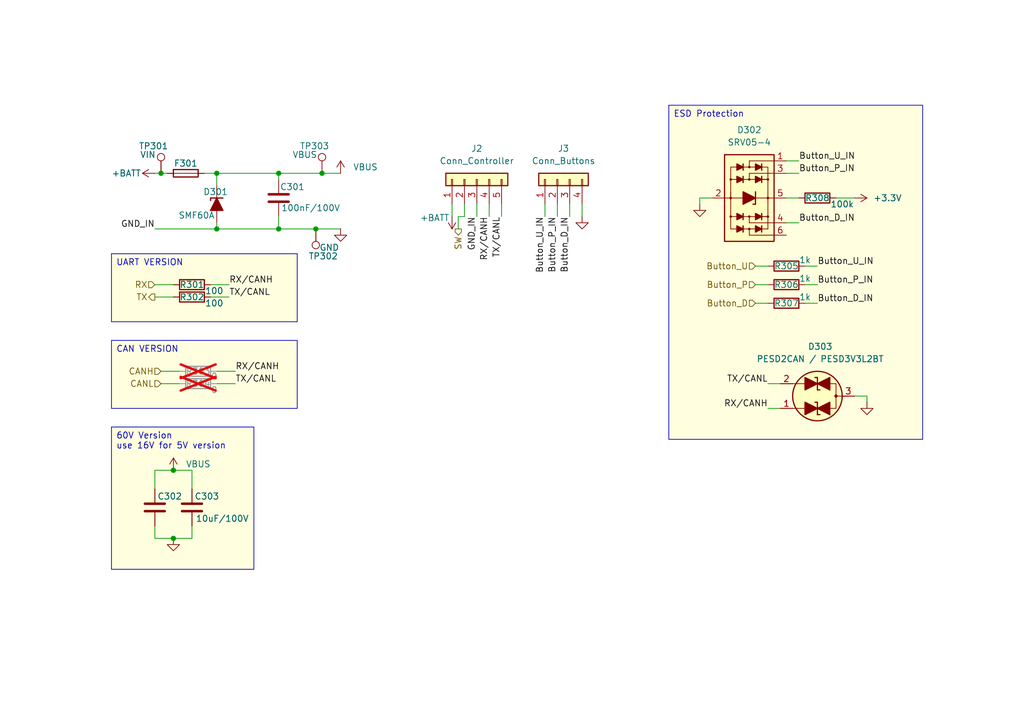
<source format=kicad_sch>
(kicad_sch (version 20250114) (generator "eeschema") (generator_version "9.0")
  (paper "A5")
  (lib_symbols
    (symbol "Connector:TestPoint" (pin_numbers (hide yes)) (pin_names (offset 0.762) (hide yes))
      (property "Reference" "TP" (at 0 6.858 0))
      (property "Value" "TestPoint" (at 0 5.08 0))
      (symbol "TestPoint_0_1"
        (circle (center 0 3.302) (radius 0.762))
      )
      (symbol "TestPoint_1_1"
        (pin passive line (at 0 0 90) (length 2.54) (name "1") (number "1"))
      )
    )
    (symbol "Connector_Generic:Conn_01x04" (pin_names (offset 1.016) (hide yes))
      (property "Reference" "J" (at 0 5.08 0))
      (property "Value" "Conn_01x04" (at 0 -7.62 0))
      (symbol "Conn_01x04_1_1"
        (rectangle (start -1.27 3.81) (end 1.27 -6.35) (stroke (width 0.254)) (fill (type background)))
        (rectangle (start -1.27 2.667) (end 0 2.413) (stroke (width 0.1524)))
        (rectangle (start -1.27 0.127) (end 0 -0.127) (stroke (width 0.1524)))
        (rectangle (start -1.27 -2.413) (end 0 -2.667) (stroke (width 0.1524)))
        (rectangle (start -1.27 -4.953) (end 0 -5.207) (stroke (width 0.1524)))
        (pin passive line (at -5.08 2.54 0) (length 3.81) (name "Pin_1") (number "1"))
        (pin passive line (at -5.08 0 0) (length 3.81) (name "Pin_2") (number "2"))
        (pin passive line (at -5.08 -2.54 0) (length 3.81) (name "Pin_3") (number "3"))
        (pin passive line (at -5.08 -5.08 0) (length 3.81) (name "Pin_4") (number "4"))
      )
    )
    (symbol "Connector_Generic:Conn_01x05" (pin_names (offset 1.016) (hide yes))
      (property "Reference" "J" (at 0 7.62 0))
      (property "Value" "Conn_01x05" (at 0 -7.62 0))
      (symbol "Conn_01x05_1_1"
        (rectangle (start -1.27 6.35) (end 1.27 -6.35) (stroke (width 0.254)) (fill (type background)))
        (rectangle (start -1.27 5.207) (end 0 4.953) (stroke (width 0.1524)))
        (rectangle (start -1.27 2.667) (end 0 2.413) (stroke (width 0.1524)))
        (rectangle (start -1.27 0.127) (end 0 -0.127) (stroke (width 0.1524)))
        (rectangle (start -1.27 -2.413) (end 0 -2.667) (stroke (width 0.1524)))
        (rectangle (start -1.27 -4.953) (end 0 -5.207) (stroke (width 0.1524)))
        (pin passive line (at -5.08 5.08 0) (length 3.81) (name "Pin_1") (number "1"))
        (pin passive line (at -5.08 2.54 0) (length 3.81) (name "Pin_2") (number "2"))
        (pin passive line (at -5.08 0 0) (length 3.81) (name "Pin_3") (number "3"))
        (pin passive line (at -5.08 -2.54 0) (length 3.81) (name "Pin_4") (number "4"))
        (pin passive line (at -5.08 -5.08 0) (length 3.81) (name "Pin_5") (number "5"))
      )
    )
    (symbol "Device:C" (pin_numbers (hide yes)) (pin_names (offset 0.254))
      (property "Reference" "C" (at 0.635 2.54 0))
      (property "Value" "C" (at 0.635 -2.54 0))
      (symbol "C_0_1"
        (polyline (pts (xy -2.032 0.762) (xy 2.032 0.762)) (stroke (width 0.508)))
        (polyline (pts (xy -2.032 -0.762) (xy 2.032 -0.762)) (stroke (width 0.508)))
      )
      (symbol "C_1_1"
        (pin passive line (at 0 3.81 270) (length 2.794) (name "~") (number "1"))
        (pin passive line (at 0 -3.81 90) (length 2.794) (name "~") (number "2"))
      )
    )
    (symbol "Device:Fuse" (pin_numbers (hide yes)) (pin_names (offset 0))
      (property "Reference" "F" (at 2.032 0 90))
      (property "Value" "Fuse" (at -1.905 0 90))
      (symbol "Fuse_0_1"
        (rectangle (start -0.762 -2.54) (end 0.762 2.54) (stroke (width 0.254)))
        (polyline (pts (xy 0 2.54) (xy 0 -2.54)))
      )
      (symbol "Fuse_1_1"
        (pin passive line (at 0 3.81 270) (length 1.27) (name "~") (number "1"))
        (pin passive line (at 0 -3.81 90) (length 1.27) (name "~") (number "2"))
      )
    )
    (symbol "Device:R" (pin_numbers (hide yes)) (pin_names (offset 0))
      (property "Reference" "R" (at 2.032 0 90))
      (property "Value" "R" (at 0 0 90))
      (symbol "R_0_1"
        (rectangle (start -1.016 -2.54) (end 1.016 2.54) (stroke (width 0.254)))
      )
      (symbol "R_1_1"
        (pin passive line (at 0 3.81 270) (length 1.27) (name "~") (number "1"))
        (pin passive line (at 0 -3.81 90) (length 1.27) (name "~") (number "2"))
      )
    )
    (symbol "PCM_Diode_TVS_AKL:D_TVS_Unidirectional_Generic" (pin_numbers (hide yes)) (pin_names (offset 1.016) (hide yes))
      (property "Reference" "D" (at 0 6.35 0))
      (property "Value" "D_TVS_Unidirectional_Generic" (at 0 3.81 0))
      (symbol "D_TVS_Unidirectional_Generic_0_1"
        (polyline (pts (xy -1.27 1.27) (xy -1.27 -1.27) (xy 1.27 0) (xy -1.27 1.27)) (stroke (width 0.254)) (fill (type outline)))
        (polyline (pts (xy -1.27 0) (xy 1.27 0)))
        (polyline (pts (xy 1.27 1.27) (xy 0.762 1.27)) (stroke (width 0.254)))
        (polyline (pts (xy 1.27 -1.27) (xy 1.27 1.27)) (stroke (width 0.254)))
      )
      (symbol "D_TVS_Unidirectional_Generic_0_2"
        (polyline (pts (xy -2.54 -2.54) (xy 2.54 2.54)))
        (polyline (pts (xy -0.889 -0.889) (xy -1.778 0) (xy 0.889 0.889) (xy 0 -1.778) (xy -0.889 -0.889)) (stroke (width 0.254)) (fill (type outline)))
        (polyline (pts (xy 0 1.778) (xy -0.381 1.397)) (stroke (width 0.254)))
        (polyline (pts (xy 0 1.778) (xy 1.778 0)) (stroke (width 0.254)))
      )
      (symbol "D_TVS_Unidirectional_Generic_1_1"
        (pin passive line (at -3.81 0 0) (length 2.54) (name "A") (number "2"))
        (pin passive line (at 3.81 0 180) (length 2.54) (name "K") (number "1"))
      )
      (symbol "D_TVS_Unidirectional_Generic_1_2"
        (pin passive line (at -2.54 -2.54 0) (length 0) (name "A") (number "2"))
        (pin passive line (at 2.54 2.54 180) (length 0) (name "K") (number "1"))
      )
    )
    (symbol "PCM_Diode_TVS_AKL:PESD2CAN" (pin_names (offset 1.016) (hide yes))
      (property "Reference" "D" (at 0 8.89 0))
      (property "Value" "PESD2CAN" (at 0 6.35 0))
      (symbol "PESD2CAN_0_1"
        (polyline (pts (xy -6.35 0) (xy -3.81 0)))
        (circle (center -3.81 0) (radius 0.254) (fill (type outline)))
        (polyline (pts (xy -2.54 2.54) (xy -3.81 2.54) (xy -3.81 -2.54) (xy -2.54 -2.54)))
        (circle (center 0 0) (radius 5.08) (stroke (width 0.254)) (fill (type background)))
        (polyline (pts (xy 2.54 2.54) (xy 5.08 2.54)))
        (polyline (pts (xy 2.54 -2.54) (xy 5.08 -2.54)))
      )
      (symbol "PESD2CAN_0_2"
        (polyline (pts (xy -2.54 5.08) (xy -2.54 -5.08)) (stroke (width 0.254)))
        (polyline (pts (xy -2.54 0) (xy 0 0)))
        (polyline (pts (xy 0 6.35) (xy 0 7.62)))
        (arc (start -2.54 5.08) (mid 0 7.5976) (end 2.54 5.08) (stroke (width 0.254)))
        (polyline (pts (xy 0 1.27) (xy 0 -1.27)))
        (circle (center 0 0) (radius 0.254) (fill (type outline)))
        (arc (start 2.54 -5.08) (mid 0 -7.5976) (end -2.54 -5.08) (stroke (width 0.254)))
        (polyline (pts (xy 0 -6.35) (xy 0 -7.62)))
        (polyline (pts (xy 0 -7.62) (xy -1.016 -7.366) (xy -1.778 -6.858) (xy -2.286 -6.096) (xy -2.54 -5.588) (xy -2.54 5.334) (xy -2.286 6.096) (xy -2.032 6.604) (xy -1.524 7.112) (xy -0.254 7.62) (xy 0.254 7.62) (xy 1.524 7.112) (xy 2.032 6.604) (xy 2.286 6.096) (xy 2.54 5.334) (xy 2.54 0.254) (xy 2.54 -5.334) (xy 2.286 -6.096) (xy 2.032 -6.604) (xy 1.524 -7.112) (xy 1.016 -7.366) (xy 0 -7.62)) (stroke (width 0.01)) (fill (type background)))
        (polyline (pts (xy 2.54 -5.08) (xy 2.54 5.08)) (stroke (width 0.254)))
      )
      (symbol "PESD2CAN_1_1"
        (polyline (pts (xy -2.54 1.27) (xy -2.54 3.81) (xy 0 2.54) (xy -2.54 1.27)) (stroke (width 0.254)) (fill (type outline)))
        (polyline (pts (xy -2.54 -3.81) (xy -2.54 -1.27) (xy 0 -2.54) (xy -2.54 -3.81)) (stroke (width 0.254)) (fill (type outline)))
        (polyline (pts (xy -1.27 2.54) (xy 1.27 2.54)))
        (polyline (pts (xy -1.27 -2.54) (xy 1.27 -2.54)))
        (polyline (pts (xy 0 3.81) (xy 0.508 3.81)) (stroke (width 0.254)))
        (polyline (pts (xy 0 2.54) (xy 2.54 1.27) (xy 2.54 3.81) (xy 0 2.54)) (stroke (width 0.254)) (fill (type outline)))
        (polyline (pts (xy 0 1.27) (xy -0.508 1.27)) (stroke (width 0.254)))
        (polyline (pts (xy 0 1.27) (xy 0 3.81)) (stroke (width 0.254)))
        (polyline (pts (xy 0 -1.27) (xy 0.508 -1.27)) (stroke (width 0.254)))
        (polyline (pts (xy 0 -2.54) (xy 2.54 -3.81) (xy 2.54 -1.27) (xy 0 -2.54)) (stroke (width 0.254)) (fill (type outline)))
        (polyline (pts (xy 0 -3.81) (xy -0.508 -3.81)) (stroke (width 0.254)))
        (polyline (pts (xy 0 -3.81) (xy 0 -1.27)) (stroke (width 0.254)))
        (pin passive line (at -7.62 0 0) (length 2.54) (name "Com") (number "3"))
        (pin passive line (at 7.62 2.54 180) (length 2.54) (name "A2") (number "2"))
        (pin passive line (at 7.62 -2.54 180) (length 2.54) (name "A1") (number "1"))
      )
      (symbol "PESD2CAN_1_2"
        (polyline (pts (xy -1.27 3.81) (xy -1.27 4.318)) (stroke (width 0.254)))
        (polyline (pts (xy -1.27 -3.81) (xy -1.27 -3.302)) (stroke (width 0.254)))
        (polyline (pts (xy 0 3.81) (xy 1.27 6.35) (xy -1.27 6.35) (xy 0 3.81)) (stroke (width 0.254)) (fill (type outline)))
        (polyline (pts (xy 0 -3.81) (xy 1.27 -1.27) (xy -1.27 -1.27) (xy 0 -3.81)) (stroke (width 0.254)) (fill (type outline)))
        (polyline (pts (xy 1.27 3.81) (xy -1.27 3.81)) (stroke (width 0.254)))
        (polyline (pts (xy 1.27 3.81) (xy 1.27 3.302)) (stroke (width 0.254)))
        (polyline (pts (xy 1.27 1.27) (xy -1.27 1.27) (xy 0 3.81) (xy 1.27 1.27)) (stroke (width 0.254)) (fill (type outline)))
        (polyline (pts (xy 1.27 -3.81) (xy -1.27 -3.81)) (stroke (width 0.254)))
        (polyline (pts (xy 1.27 -3.81) (xy 1.27 -4.318)) (stroke (width 0.254)))
        (polyline (pts (xy 1.27 -6.35) (xy -1.27 -6.35) (xy 0 -3.81) (xy 1.27 -6.35)) (stroke (width 0.254)) (fill (type outline)))
        (pin passive line (at -5.08 0 0) (length 2.54) (name "Com") (number "3"))
        (pin passive line (at 0 10.16 270) (length 2.54) (name "A2") (number "2"))
        (pin passive line (at 0 -10.16 90) (length 2.54) (name "A1") (number "1"))
      )
    )
    (symbol "PCM_Diode_TVS_AKL:SRV05-4" (pin_names (offset 1.016) (hide yes))
      (property "Reference" "D" (at 10.16 1.27 0))
      (property "Value" "SRV05-4" (at 10.16 -1.27 0))
      (symbol "SRV05-4_0_1"
        (rectangle (start -8.89 5.08) (end 8.89 -5.08) (stroke (width 0.254)) (fill (type background)))
        (polyline (pts (xy -6.35 2.54) (xy -5.715 1.27) (xy -6.985 1.27) (xy -6.35 2.54)) (stroke (width 0.254)) (fill (type outline)))
        (polyline (pts (xy -6.35 -1.27) (xy -5.715 -2.54) (xy -6.985 -2.54) (xy -6.35 -1.27)) (stroke (width 0.254)) (fill (type outline)))
        (polyline (pts (xy -5.715 2.54) (xy -6.985 2.54)) (stroke (width 0.254)))
        (polyline (pts (xy -5.715 -1.27) (xy -6.985 -1.27)) (stroke (width 0.254)))
        (polyline (pts (xy -5.08 0) (xy -5.08 5.08)))
        (polyline (pts (xy -3.81 2.54) (xy -3.81 3.81) (xy 3.81 3.81) (xy 3.81 2.54)))
        (polyline (pts (xy -3.81 2.54) (xy -3.175 1.27) (xy -4.445 1.27) (xy -3.81 2.54)) (stroke (width 0.254)) (fill (type outline)))
        (circle (center -3.81 0) (radius 0.1778) (fill (type outline)))
        (polyline (pts (xy -3.81 0) (xy -5.08 0)))
        (polyline (pts (xy -3.81 -1.27) (xy -3.81 1.27)))
        (polyline (pts (xy -3.81 -1.27) (xy -3.175 -2.54) (xy -4.445 -2.54) (xy -3.81 -1.27)) (stroke (width 0.254)) (fill (type outline)))
        (polyline (pts (xy -3.175 2.54) (xy -4.445 2.54)) (stroke (width 0.254)))
        (polyline (pts (xy -3.175 -1.27) (xy -4.445 -1.27)) (stroke (width 0.254)))
        (circle (center 0 3.81) (radius 0.1778) (fill (type outline)))
        (polyline (pts (xy 0 1.27) (xy 0 5.08)) (stroke (width 0.1524)))
        (polyline (pts (xy 0 -1.27) (xy 0 -5.08)))
        (polyline (pts (xy 0 -3.81) (xy -6.35 -3.81) (xy -6.35 3.81) (xy -3.81 3.81)))
        (polyline (pts (xy 3.81 3.81) (xy 6.35 3.81)) (stroke (width 0.1524)))
        (polyline (pts (xy 3.81 2.54) (xy 4.445 1.27) (xy 3.175 1.27) (xy 3.81 2.54)) (stroke (width 0.254)) (fill (type outline)))
        (polyline (pts (xy 3.81 0) (xy 5.08 0)))
        (circle (center 3.81 0) (radius 0.1778) (fill (type outline)))
        (polyline (pts (xy 3.81 -1.27) (xy 3.81 1.27)))
        (polyline (pts (xy 3.81 -1.27) (xy 4.445 -2.54) (xy 3.175 -2.54) (xy 3.81 -1.27)) (stroke (width 0.254)) (fill (type outline)))
        (polyline (pts (xy 4.445 2.54) (xy 3.175 2.54)) (stroke (width 0.254)))
        (polyline (pts (xy 4.445 -1.27) (xy 3.175 -1.27)) (stroke (width 0.254)))
        (polyline (pts (xy 5.08 0) (xy 5.08 5.08)))
        (polyline (pts (xy 6.35 3.81) (xy 6.35 -3.81)) (stroke (width 0.1524)))
        (polyline (pts (xy 6.35 2.54) (xy 6.985 1.27) (xy 5.715 1.27) (xy 6.35 2.54)) (stroke (width 0.254)) (fill (type outline)))
        (polyline (pts (xy 6.35 -1.27) (xy 6.985 -2.54) (xy 5.715 -2.54) (xy 6.35 -1.27)) (stroke (width 0.254)) (fill (type outline)))
        (polyline (pts (xy 6.35 -3.81) (xy -1.27 -3.81) (xy 0 -3.81)) (stroke (width 0.1524)))
        (polyline (pts (xy 6.985 2.54) (xy 5.715 2.54)) (stroke (width 0.254)))
        (polyline (pts (xy 6.985 -1.27) (xy 5.715 -1.27)) (stroke (width 0.254)))
      )
      (symbol "SRV05-4_1_1"
        (polyline (pts (xy -7.62 0) (xy -7.62 5.08)))
        (circle (center -6.35 0) (radius 0.1778) (fill (type outline)))
        (polyline (pts (xy -6.35 0) (xy -7.62 0)))
        (circle (center -3.81 3.81) (radius 0.1778) (fill (type outline)))
        (polyline (pts (xy -3.81 1.27) (xy -3.81 3.81)))
        (circle (center -3.81 -3.81) (radius 0.1778) (fill (type outline)))
        (polyline (pts (xy -3.81 -3.81) (xy -3.81 -1.27)))
        (polyline (pts (xy -1.27 1.27) (xy 1.27 1.27)) (stroke (width 0.254)))
        (polyline (pts (xy 0 -1.27) (xy 0 1.27)))
        (circle (center 0 -3.81) (radius 0.1778) (fill (type outline)))
        (polyline (pts (xy 1.27 1.27) (xy 1.27 0.762)) (stroke (width 0.254)))
        (polyline (pts (xy 1.27 -1.27) (xy -1.27 -1.27) (xy 0 1.27) (xy 1.27 -1.27)) (stroke (width 0.254)) (fill (type outline)))
        (circle (center 3.81 3.81) (radius 0.1778) (fill (type outline)))
        (polyline (pts (xy 3.81 1.27) (xy 3.81 3.81)))
        (polyline (pts (xy 3.81 -3.81) (xy 3.81 -1.27)))
        (circle (center 3.81 -3.81) (radius 0.1778) (fill (type outline)))
        (polyline (pts (xy 6.35 0) (xy 7.62 0)))
        (circle (center 6.35 0) (radius 0.1778) (fill (type outline)))
        (polyline (pts (xy 7.62 0) (xy 7.62 5.08)))
        (pin passive line (at -7.62 7.62 270) (length 2.54) (name "L1") (number "1"))
        (pin passive line (at -5.08 7.62 270) (length 2.54) (name "L2") (number "3"))
        (pin passive line (at 0 7.62 270) (length 2.54) (name "VP") (number "5"))
        (pin passive line (at 0 -7.62 90) (length 2.54) (name "VN") (number "2"))
        (pin passive line (at 5.08 7.62 270) (length 2.54) (name "L3") (number "4"))
        (pin passive line (at 7.62 7.62 270) (length 2.54) (name "L4") (number "6"))
      )
    )
    (symbol "power:+3.3V" (power) (pin_numbers (hide yes)) (pin_names (offset 0) (hide yes))
      (property "Value" "+3.3V" (at 0 3.556 0))
      (symbol "+3.3V_0_1"
        (polyline (pts (xy -0.762 1.27) (xy 0 2.54)))
        (polyline (pts (xy 0 2.54) (xy 0.762 1.27)))
        (polyline (pts (xy 0 0) (xy 0 2.54)))
      )
      (symbol "+3.3V_1_1"
        (pin power_in line (at 0 0 90) (length 0) (name "~") (number "1"))
      )
    )
    (symbol "power:+BATT" (power) (pin_numbers (hide yes)) (pin_names (offset 0) (hide yes))
      (property "Value" "+BATT" (at 0 3.556 0))
      (symbol "+BATT_0_1"
        (polyline (pts (xy -0.762 1.27) (xy 0 2.54)))
        (polyline (pts (xy 0 2.54) (xy 0.762 1.27)))
        (polyline (pts (xy 0 0) (xy 0 2.54)))
      )
      (symbol "+BATT_1_1"
        (pin power_in line (at 0 0 90) (length 0) (name "~") (number "1"))
      )
    )
    (symbol "power:GND" (power) (pin_numbers (hide yes)) (pin_names (offset 0) (hide yes))
      (property "Value" "GND" (at 0 -3.81 0))
      (symbol "GND_0_1"
        (polyline (pts (xy 0 0) (xy 0 -1.27) (xy 1.27 -1.27) (xy 0 -2.54) (xy -1.27 -1.27) (xy 0 -1.27)))
      )
      (symbol "GND_1_1"
        (pin power_in line (at 0 0 270) (length 0) (name "~") (number "1"))
      )
    )
    (symbol "power:VBUS" (power) (pin_numbers (hide yes)) (pin_names (offset 0) (hide yes))
      (property "Value" "VBUS" (at 0 3.556 0))
      (symbol "VBUS_0_1"
        (polyline (pts (xy -0.762 1.27) (xy 0 2.54)))
        (polyline (pts (xy 0 2.54) (xy 0.762 1.27)))
        (polyline (pts (xy 0 0) (xy 0 2.54)))
      )
      (symbol "VBUS_1_1"
        (pin power_in line (at 0 0 90) (length 0) (name "~") (number "1"))
      )
    )
  )
  (text_box "CAN VERSION" (at 22.86 69.85 0) (size 38.1 13.97) (margins 0.9525 0.9525 0.9525 0.9525) (fill (type color) (color 255 255 194 0.5)) (effects (font (size 1.27 1.27)) (justify left top)))
  (text_box "ESD Protection" (at 137.16 21.59 0) (size 52.07 68.58) (margins 0.9525 0.9525 0.9525 0.9525) (fill (type color) (color 255 255 194 0.5)) (effects (font (size 1.27 1.27)) (justify left top)))
  (text_box "60V Version\nuse 16V for 5V version\n" (at 22.86 87.63 0) (size 29.21 29.21) (margins 0.9525 0.9525 0.9525 0.9525) (fill (type color) (color 255 255 194 0.5)) (effects (font (size 1.27 1.27)) (justify left top)))
  (text_box "UART VERSION" (at 22.86 52.07 0) (size 38.1 13.97) (margins 0.9525 0.9525 0.9525 0.9525) (fill (type color) (color 255 255 194 0.5)) (effects (font (size 1.27 1.27)) (justify left top)))
  (junction (at 35.56 96.52))
  (junction (at 33.02 35.56))
  (junction (at 35.56 110.49))
  (junction (at 44.45 46.99))
  (junction (at 44.45 35.56))
  (junction (at 66.04 35.56))
  (junction (at 57.15 46.99))
  (junction (at 57.15 35.56))
  (junction (at 64.77 46.99))
  (wire (pts (xy 57.15 46.99) (xy 64.77 46.99)))
  (wire (pts (xy 31.75 110.49) (xy 31.75 107.95)))
  (wire (pts (xy 64.77 46.99) (xy 69.85 46.99)))
  (wire (pts (xy 33.02 35.56) (xy 34.29 35.56)))
  (wire (pts (xy 57.15 35.56) (xy 66.04 35.56)))
  (wire (pts (xy 97.79 41.91) (xy 97.79 44.45)))
  (wire (pts (xy 154.94 54.61) (xy 157.48 54.61)))
  (wire (pts (xy 177.8 82.55) (xy 177.8 81.28)))
  (wire (pts (xy 177.8 81.28) (xy 175.26 81.28)))
  (wire (pts (xy 143.51 40.64) (xy 146.05 40.64)))
  (wire (pts (xy 33.02 76.2) (xy 36.83 76.2)))
  (wire (pts (xy 44.45 35.56) (xy 44.45 38.1)))
  (wire (pts (xy 167.64 54.61) (xy 165.1 54.61)))
  (wire (pts (xy 154.94 62.23) (xy 157.48 62.23)))
  (wire (pts (xy 157.48 83.82) (xy 160.02 83.82)))
  (wire (pts (xy 93.98 44.45) (xy 95.25 44.45)))
  (wire (pts (xy 66.04 35.56) (xy 69.85 35.56)))
  (wire (pts (xy 161.29 40.64) (xy 163.83 40.64)))
  (wire (pts (xy 95.25 44.45) (xy 95.25 41.91)))
  (wire (pts (xy 35.56 96.52) (xy 31.75 96.52)))
  (wire (pts (xy 111.76 41.91) (xy 111.76 44.45)))
  (wire (pts (xy 39.37 110.49) (xy 35.56 110.49)))
  (wire (pts (xy 102.87 41.91) (xy 102.87 44.45)))
  (wire (pts (xy 92.71 41.91) (xy 92.71 44.45)))
  (wire (pts (xy 31.75 58.42) (xy 35.56 58.42)))
  (wire (pts (xy 154.94 58.42) (xy 157.48 58.42)))
  (wire (pts (xy 161.29 45.72) (xy 163.83 45.72)))
  (wire (pts (xy 114.3 41.91) (xy 114.3 44.45)))
  (wire (pts (xy 41.91 35.56) (xy 44.45 35.56)))
  (wire (pts (xy 161.29 33.02) (xy 163.83 33.02)))
  (wire (pts (xy 167.64 62.23) (xy 165.1 62.23)))
  (wire (pts (xy 44.45 46.99) (xy 57.15 46.99)))
  (wire (pts (xy 44.45 45.72) (xy 44.45 46.99)))
  (wire (pts (xy 39.37 107.95) (xy 39.37 110.49)))
  (wire (pts (xy 57.15 44.45) (xy 57.15 46.99)))
  (wire (pts (xy 143.51 41.91) (xy 143.51 40.64)))
  (wire (pts (xy 157.48 78.74) (xy 160.02 78.74)))
  (wire (pts (xy 31.75 46.99) (xy 44.45 46.99)))
  (wire (pts (xy 171.45 40.64) (xy 175.26 40.64)))
  (wire (pts (xy 116.84 41.91) (xy 116.84 44.45)))
  (wire (pts (xy 167.64 58.42) (xy 165.1 58.42)))
  (wire (pts (xy 33.02 78.74) (xy 36.83 78.74)))
  (wire (pts (xy 35.56 110.49) (xy 31.75 110.49)))
  (wire (pts (xy 31.75 35.56) (xy 33.02 35.56)))
  (wire (pts (xy 31.75 96.52) (xy 31.75 100.33)))
  (wire (pts (xy 43.18 60.96) (xy 46.99 60.96)))
  (wire (pts (xy 43.18 58.42) (xy 46.99 58.42)))
  (wire (pts (xy 57.15 35.56) (xy 57.15 36.83)))
  (wire (pts (xy 39.37 100.33) (xy 39.37 96.52)))
  (wire (pts (xy 93.98 44.45) (xy 93.98 46.99)))
  (wire (pts (xy 119.38 41.91) (xy 119.38 44.45)))
  (wire (pts (xy 39.37 96.52) (xy 35.56 96.52)))
  (wire (pts (xy 44.45 76.2) (xy 48.26 76.2)))
  (wire (pts (xy 31.75 60.96) (xy 35.56 60.96)))
  (wire (pts (xy 44.45 78.74) (xy 48.26 78.74)))
  (wire (pts (xy 44.45 35.56) (xy 57.15 35.56)))
  (wire (pts (xy 100.33 41.91) (xy 100.33 44.45)))
  (wire (pts (xy 161.29 35.56) (xy 163.83 35.56)))
  (label "Button_U_IN" (at 111.76 44.45 270))
  (label "Button_D_IN" (at 116.84 44.45 270))
  (label "Button_P_IN" (at 167.64 58.42 0))
  (label "TX{slash}CANL" (at 157.48 78.74 180))
  (label "Button_P_IN" (at 163.83 35.56 0))
  (label "Button_U_IN" (at 163.83 33.02 0))
  (label "GND_IN" (at 97.79 44.45 270))
  (label "TX{slash}CANL" (at 46.99 60.96 0))
  (label "RX{slash}CANH" (at 48.26 76.2 0))
  (label "Button_U_IN" (at 167.64 54.61 0))
  (label "Button_D_IN" (at 167.64 62.23 0))
  (label "RX{slash}CANH" (at 100.33 44.45 270))
  (label "RX{slash}CANH" (at 157.48 83.82 180))
  (label "TX{slash}CANL" (at 48.26 78.74 0))
  (label "RX{slash}CANH" (at 46.99 58.42 0))
  (label "Button_D_IN" (at 163.83 45.72 0))
  (label "TX{slash}CANL" (at 102.87 44.45 270))
  (label "GND_IN" (at 31.75 46.99 180))
  (label "Button_P_IN" (at 114.3 44.45 270))
  (hierarchical_label "CANH" (shape input) (at 33.02 76.2 180))
  (hierarchical_label "Button_D" (shape input) (at 154.94 62.23 180))
  (hierarchical_label "Button_U" (shape input) (at 154.94 54.61 180))
  (hierarchical_label "SW" (shape output) (at 93.98 46.99 270))
  (hierarchical_label "TX" (shape output) (at 31.75 60.96 180))
  (hierarchical_label "Button_P" (shape input) (at 154.94 58.42 180))
  (hierarchical_label "RX" (shape input) (at 31.75 58.42 180))
  (hierarchical_label "CANL" (shape input) (at 33.02 78.74 180))
  (symbol (lib_id "Connector:TestPoint") (at 64.77 46.99 180) (unit 1)
    (property "Reference" "TP302" (at 69.342 52.578 0) (effects (justify left)))
    (property "Value" "GND" (at 69.596 50.8 0) (effects (justify left)))
    (property "Footprint" "TestPoint:TestPoint_Pad_D1.0mm" (effects (hide yes)))
    (property "Description" "test point" (effects (hide yes)))
  )
  (symbol (lib_id "Connector:TestPoint") (at 66.04 35.56 0) (unit 1)
    (property "Reference" "TP303" (at 61.468 29.972 0) (effects (justify left)))
    (property "Value" "VBUS" (at 59.944 31.75 0) (effects (justify left)))
    (property "Footprint" "TestPoint:TestPoint_Pad_D1.0mm" (effects (hide yes)))
    (property "Description" "test point" (effects (hide yes)))
  )
  (symbol (lib_id "power:GND") (at 143.51 41.91 0) (unit 1)
    (property "Reference" "#PWR0121" (effects (hide yes)))
    (property "Value" "GND" (effects (hide yes)))
    (property "Description" "Power symbol creates a global label with name \"GND\" , ground" (effects (hide yes)))
  )
  (symbol (lib_id "Connector_Generic:Conn_01x05") (at 97.79 36.83 90) (unit 1)
    (property "Reference" "J2" (at 97.79 30.48 90))
    (property "Value" "Conn_Controller" (at 97.79 33.02 90))
    (property "Footprint" "Connector_Molex:Molex_PicoBlade_53261-0571_1x05-1MP_P1.25mm_Horizontal" (effects (hide yes)))
    (property "Description" "Generic connector, single row, 01x05, script generated (kicad-library-utils/schlib/autogen/connector/)" (effects (hide yes)))
  )
  (symbol (lib_id "Connector_Generic:Conn_01x04") (at 114.3 36.83 90) (unit 1)
    (property "Reference" "J3" (at 115.57 30.48 90))
    (property "Value" "Conn_Buttons" (at 115.57 33.02 90))
    (property "Footprint" "Connector_Molex:Molex_PicoBlade_53261-0471_1x04-1MP_P1.25mm_Horizontal" (effects (hide yes)))
    (property "Description" "Generic connector, single row, 01x04, script generated (kicad-library-utils/schlib/autogen/connector/)" (effects (hide yes)))
  )
  (symbol (lib_id "Device:R") (at 39.37 58.42 90) (unit 1)
    (property "Reference" "R301" (at 39.37 58.42 90))
    (property "Value" "100" (at 43.942 59.69 90))
    (property "Footprint" "Resistor_SMD:R_0603_1608Metric" (effects (hide yes)))
    (property "Description" "Resistor" (effects (hide yes)))
  )
  (symbol (lib_id "Device:C") (at 57.15 40.64 0) (unit 1)
    (property "Reference" "C301" (at 57.404 38.354 0) (effects (justify left)))
    (property "Value" "100nF/100V" (at 57.658 42.672 0) (effects (justify left)))
    (property "Footprint" "Capacitor_SMD:C_0805_2012Metric" (effects (hide yes)))
    (property "Description" "Unpolarized capacitor" (effects (hide yes)))
  )
  (symbol (lib_id "PCM_Diode_TVS_AKL:SRV05-4") (at 153.67 40.64 270) (unit 1)
    (property "Reference" "D302" (at 153.67 26.67 90))
    (property "Value" "SRV05-4" (at 153.67 29.21 90))
    (property "Footprint" "PCM_Package_TO_SOT_SMD_AKL:SOT-23-6" (effects (hide yes)))
    (property "Datasheet" "https://www.tme.eu/Document/92be68a8ae546e7ce666ecbdb0470493/SRV05-4.pdf" (effects (hide yes)))
    (property "Description" "SOT-23-6 TVS Diode Array, 4 protected lines, 5V, 300W, Alternate KiCAD Library" (effects (hide yes)))
  )
  (symbol (lib_id "power:GND") (at 119.38 44.45 0) (unit 1)
    (property "Reference" "#PWR0122" (effects (hide yes)))
    (property "Value" "GND" (effects (hide yes)))
    (property "Description" "Power symbol creates a global label with name \"GND\" , ground" (effects (hide yes)))
  )
  (symbol (lib_id "Connector:TestPoint") (at 33.02 35.56 0) (unit 1)
    (property "Reference" "TP301" (at 28.448 29.972 0) (effects (justify left)))
    (property "Value" "VIN" (at 28.702 31.75 0) (effects (justify left)))
    (property "Footprint" "TestPoint:TestPoint_Pad_D1.0mm" (effects (hide yes)))
    (property "Description" "test point" (effects (hide yes)))
  )
  (symbol (lib_id "PCM_Diode_TVS_AKL:D_TVS_Unidirectional_Generic") (at 44.45 41.91 90) (unit 1)
    (property "Reference" "D301" (at 41.656 39.37 90) (effects (justify right)))
    (property "Value" "SMF60A" (at 36.576 44.196 90) (effects (justify right)))
    (property "Footprint" "Diode_SMD:D_SOD-123F" (effects (hide yes)))
    (property "Description" "Unidirectional TVS diode, Generic symbol, Alternate KiCAD Library" (effects (hide yes)))
  )
  (symbol (lib_id "power:+3.3V") (at 175.26 40.64 270) (unit 1)
    (property "Reference" "#PWR0126" (effects (hide yes)))
    (property "Value" "+3.3V" (at 179.07 40.6399 90) (effects (justify left)))
    (property "Description" "Power symbol creates a global label with name \"+3.3V\"" (effects (hide yes)))
  )
  (symbol (lib_id "power:GND") (at 177.8 82.55 0) (unit 1)
    (property "Reference" "#PWR0127" (effects (hide yes)))
    (property "Value" "GND" (effects (hide yes)))
    (property "Description" "Power symbol creates a global label with name \"GND\" , ground" (effects (hide yes)))
  )
  (symbol (lib_id "power:+BATT") (at 92.71 44.45 180) (unit 1)
    (property "Reference" "#PWR0123" (effects (hide yes)))
    (property "Value" "+BATT" (at 89.154 44.704 0))
    (property "Description" "Power symbol creates a global label with name \"+BATT\"" (effects (hide yes)))
  )
  (symbol (lib_id "Device:R") (at 161.29 54.61 90) (mirror x) (unit 1)
    (property "Reference" "R305" (at 161.29 54.61 90))
    (property "Value" "1k" (at 165.1 53.34 90))
    (property "Footprint" "Resistor_SMD:R_0603_1608Metric" (effects (hide yes)))
    (property "Description" "Resistor" (effects (hide yes)))
  )
  (symbol (lib_id "Device:R") (at 40.64 76.2 90) (unit 1) (dnp yes)
    (property "Reference" "R303" (at 40.64 76.2 90))
    (property "Value" "0" (at 43.942 77.216 90))
    (property "Footprint" "Resistor_SMD:R_0603_1608Metric" (effects (hide yes)))
    (property "Description" "Resistor" (effects (hide yes)))
  )
  (symbol (lib_id "Device:C") (at 31.75 104.14 0) (unit 1)
    (property "Reference" "C302" (at 32.258 101.854 0) (effects (justify left)))
    (property "Value" "10uF/100V" (effects (hide yes)))
    (property "Footprint" "Capacitor_SMD:C_1206_3216Metric" (effects (hide yes)))
    (property "Description" "Unpolarized capacitor" (effects (hide yes)))
  )
  (symbol (lib_id "Device:R") (at 39.37 60.96 90) (unit 1)
    (property "Reference" "R302" (at 39.37 60.96 90))
    (property "Value" "100" (at 43.942 62.23 90))
    (property "Footprint" "Resistor_SMD:R_0603_1608Metric" (effects (hide yes)))
    (property "Description" "Resistor" (effects (hide yes)))
  )
  (symbol (lib_id "Device:R") (at 161.29 58.42 90) (mirror x) (unit 1)
    (property "Reference" "R306" (at 161.29 58.42 90))
    (property "Value" "1k" (at 165.1 57.15 90))
    (property "Footprint" "Resistor_SMD:R_0603_1608Metric" (effects (hide yes)))
    (property "Description" "Resistor" (effects (hide yes)))
  )
  (symbol (lib_id "power:VBUS") (at 69.85 35.56 0) (unit 1)
    (property "Reference" "#PWR0118" (effects (hide yes)))
    (property "Value" "VBUS" (at 72.39 34.2899 0) (effects (justify left)))
    (property "Description" "Power symbol creates a global label with name \"VBUS\"" (effects (hide yes)))
  )
  (symbol (lib_id "PCM_Diode_TVS_AKL:PESD2CAN") (at 167.64 81.28 0) (mirror y) (unit 1)
    (property "Reference" "D303" (at 168.2115 71.12 0))
    (property "Value" "PESD2CAN / PESD3V3L2BT" (at 168.2115 73.66 0))
    (property "Footprint" "PCM_Package_TO_SOT_SMD_AKL:SOT-23" (effects (hide yes)))
    (property "Datasheet" "https://www.tme.eu/Document/ad02fbf39ace74a5161accc984238198/PESD2CAN.pdf" (effects (hide yes)))
    (property "Description" "SOT-23 Dual bidirectional TVS diode for CAN bus protection, 24V, 230W, Alternate KiCAD Library" (effects (hide yes)))
  )
  (symbol (lib_id "Device:R") (at 167.64 40.64 90) (unit 1)
    (property "Reference" "R308" (at 167.64 40.64 90))
    (property "Value" "100k" (at 172.72 41.91 90))
    (property "Footprint" "Resistor_SMD:R_0603_1608Metric" (effects (hide yes)))
    (property "Description" "Resistor" (effects (hide yes)))
  )
  (symbol (lib_id "power:+BATT") (at 31.75 35.56 90) (unit 1)
    (property "Reference" "#PWR0120" (effects (hide yes)))
    (property "Value" "+BATT" (at 25.908 35.56 90))
    (property "Description" "Power symbol creates a global label with name \"+BATT\"" (effects (hide yes)))
  )
  (symbol (lib_id "Device:R") (at 161.29 62.23 90) (mirror x) (unit 1)
    (property "Reference" "R307" (at 161.29 62.23 90))
    (property "Value" "1k" (at 165.1 60.96 90))
    (property "Footprint" "Resistor_SMD:R_0603_1608Metric" (effects (hide yes)))
    (property "Description" "Resistor" (effects (hide yes)))
  )
  (symbol (lib_id "power:GND") (at 69.85 46.99 0) (unit 1)
    (property "Reference" "#PWR0119" (effects (hide yes)))
    (property "Value" "GND" (effects (hide yes)))
    (property "Description" "Power symbol creates a global label with name \"GND\" , ground" (effects (hide yes)))
  )
  (symbol (lib_id "Device:C") (at 39.37 104.14 0) (unit 1)
    (property "Reference" "C303" (at 39.878 101.854 0) (effects (justify left)))
    (property "Value" "10uF/100V" (at 40.132 106.426 0) (effects (justify left)))
    (property "Footprint" "Capacitor_SMD:C_1206_3216Metric" (effects (hide yes)))
    (property "Description" "Unpolarized capacitor" (effects (hide yes)))
  )
  (symbol (lib_id "Device:R") (at 40.64 78.74 90) (unit 1) (dnp yes)
    (property "Reference" "R304" (at 40.64 78.74 90))
    (property "Value" "0" (at 43.942 80.01 90))
    (property "Footprint" "Resistor_SMD:R_0603_1608Metric" (effects (hide yes)))
    (property "Description" "Resistor" (effects (hide yes)))
  )
  (symbol (lib_id "power:VBUS") (at 35.56 96.52 0) (unit 1)
    (property "Reference" "#PWR0125" (effects (hide yes)))
    (property "Value" "VBUS" (at 38.1 95.2499 0) (effects (justify left)))
    (property "Description" "Power symbol creates a global label with name \"VBUS\"" (effects (hide yes)))
  )
  (symbol (lib_id "power:GND") (at 35.56 110.49 0) (unit 1)
    (property "Reference" "#PWR0124" (effects (hide yes)))
    (property "Value" "GND" (effects (hide yes)))
    (property "Description" "Power symbol creates a global label with name \"GND\" , ground" (effects (hide yes)))
  )
  (symbol (lib_id "Device:Fuse") (at 38.1 35.56 90) (unit 1)
    (property "Reference" "F301" (at 38.1 33.528 90))
    (property "Value" "Fuse" (effects (hide yes)))
    (property "Footprint" "PCM_Fuse_AKL:Fuse_1206_3216Metric" (effects (hide yes)))
    (property "Description" "Fuse" (effects (hide yes)))
  )
)
</source>
